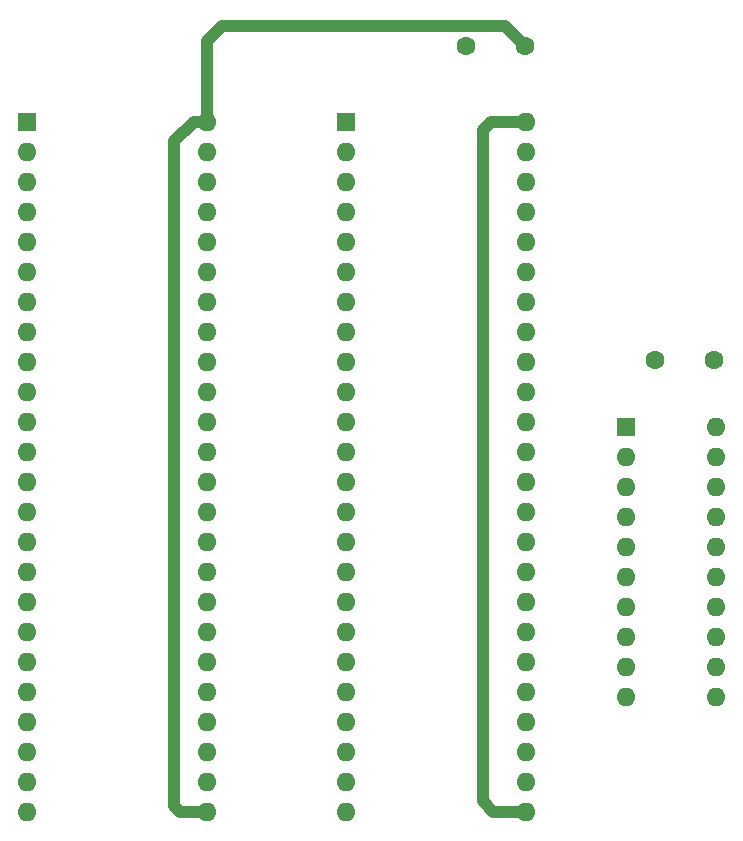
<source format=gbr>
G04 #@! TF.GenerationSoftware,KiCad,Pcbnew,(5.1.5-0-10_14)*
G04 #@! TF.CreationDate,2020-08-21T16:03:34+01:00*
G04 #@! TF.ProjectId,BusterTower,42757374-6572-4546-9f77-65722e6b6963,rev?*
G04 #@! TF.SameCoordinates,Original*
G04 #@! TF.FileFunction,Copper,L2,Bot*
G04 #@! TF.FilePolarity,Positive*
%FSLAX46Y46*%
G04 Gerber Fmt 4.6, Leading zero omitted, Abs format (unit mm)*
G04 Created by KiCad (PCBNEW (5.1.5-0-10_14)) date 2020-08-21 16:03:34*
%MOMM*%
%LPD*%
G04 APERTURE LIST*
%ADD10O,1.600000X1.600000*%
%ADD11R,1.600000X1.600000*%
%ADD12C,1.600000*%
%ADD13C,1.000000*%
G04 APERTURE END LIST*
D10*
X95240000Y-38000000D03*
X80000000Y-96420000D03*
X95240000Y-40540000D03*
X80000000Y-93880000D03*
X95240000Y-43080000D03*
X80000000Y-91340000D03*
X95240000Y-45620000D03*
X80000000Y-88800000D03*
X95240000Y-48160000D03*
X80000000Y-86260000D03*
X95240000Y-50700000D03*
X80000000Y-83720000D03*
X95240000Y-53240000D03*
X80000000Y-81180000D03*
X95240000Y-55780000D03*
X80000000Y-78640000D03*
X95240000Y-58320000D03*
X80000000Y-76100000D03*
X95240000Y-60860000D03*
X80000000Y-73560000D03*
X95240000Y-63400000D03*
X80000000Y-71020000D03*
X95240000Y-65940000D03*
X80000000Y-68480000D03*
X95240000Y-68480000D03*
X80000000Y-65940000D03*
X95240000Y-71020000D03*
X80000000Y-63400000D03*
X95240000Y-73560000D03*
X80000000Y-60860000D03*
X95240000Y-76100000D03*
X80000000Y-58320000D03*
X95240000Y-78640000D03*
X80000000Y-55780000D03*
X95240000Y-81180000D03*
X80000000Y-53240000D03*
X95240000Y-83720000D03*
X80000000Y-50700000D03*
X95240000Y-86260000D03*
X80000000Y-48160000D03*
X95240000Y-88800000D03*
X80000000Y-45620000D03*
X95240000Y-91340000D03*
X80000000Y-43080000D03*
X95240000Y-93880000D03*
X80000000Y-40540000D03*
X95240000Y-96420000D03*
D11*
X80000000Y-38000000D03*
D10*
X68240000Y-38000000D03*
X53000000Y-96420000D03*
X68240000Y-40540000D03*
X53000000Y-93880000D03*
X68240000Y-43080000D03*
X53000000Y-91340000D03*
X68240000Y-45620000D03*
X53000000Y-88800000D03*
X68240000Y-48160000D03*
X53000000Y-86260000D03*
X68240000Y-50700000D03*
X53000000Y-83720000D03*
X68240000Y-53240000D03*
X53000000Y-81180000D03*
X68240000Y-55780000D03*
X53000000Y-78640000D03*
X68240000Y-58320000D03*
X53000000Y-76100000D03*
X68240000Y-60860000D03*
X53000000Y-73560000D03*
X68240000Y-63400000D03*
X53000000Y-71020000D03*
X68240000Y-65940000D03*
X53000000Y-68480000D03*
X68240000Y-68480000D03*
X53000000Y-65940000D03*
X68240000Y-71020000D03*
X53000000Y-63400000D03*
X68240000Y-73560000D03*
X53000000Y-60860000D03*
X68240000Y-76100000D03*
X53000000Y-58320000D03*
X68240000Y-78640000D03*
X53000000Y-55780000D03*
X68240000Y-81180000D03*
X53000000Y-53240000D03*
X68240000Y-83720000D03*
X53000000Y-50700000D03*
X68240000Y-86260000D03*
X53000000Y-48160000D03*
X68240000Y-88800000D03*
X53000000Y-45620000D03*
X68240000Y-91340000D03*
X53000000Y-43080000D03*
X68240000Y-93880000D03*
X53000000Y-40540000D03*
X68240000Y-96420000D03*
D11*
X53000000Y-38000000D03*
D10*
X111315500Y-63881000D03*
X103695500Y-86741000D03*
X111315500Y-66421000D03*
X103695500Y-84201000D03*
X111315500Y-68961000D03*
X103695500Y-81661000D03*
X111315500Y-71501000D03*
X103695500Y-79121000D03*
X111315500Y-74041000D03*
X103695500Y-76581000D03*
X111315500Y-76581000D03*
X103695500Y-74041000D03*
X111315500Y-79121000D03*
X103695500Y-71501000D03*
X111315500Y-81661000D03*
X103695500Y-68961000D03*
X111315500Y-84201000D03*
X103695500Y-66421000D03*
X111315500Y-86741000D03*
D11*
X103695500Y-63881000D03*
D12*
X106188500Y-58229500D03*
X111188500Y-58229500D03*
X90186500Y-31623000D03*
X95186500Y-31623000D03*
D13*
X95240000Y-38000000D02*
X92302000Y-38000000D01*
X92302000Y-38000000D02*
X91567000Y-38735000D01*
X91567000Y-38735000D02*
X91567000Y-95504000D01*
X92483000Y-96420000D02*
X95240000Y-96420000D01*
X91567000Y-95504000D02*
X92483000Y-96420000D01*
X67108630Y-38000000D02*
X65468500Y-39640130D01*
X68240000Y-38000000D02*
X67108630Y-38000000D01*
X65468500Y-39640130D02*
X65468500Y-95948500D01*
X65940000Y-96420000D02*
X68240000Y-96420000D01*
X65468500Y-95948500D02*
X65940000Y-96420000D01*
X68240000Y-38000000D02*
X68240000Y-31201000D01*
X68240000Y-31201000D02*
X69532500Y-29908500D01*
X93472000Y-29908500D02*
X95186500Y-31623000D01*
X69532500Y-29908500D02*
X93472000Y-29908500D01*
M02*

</source>
